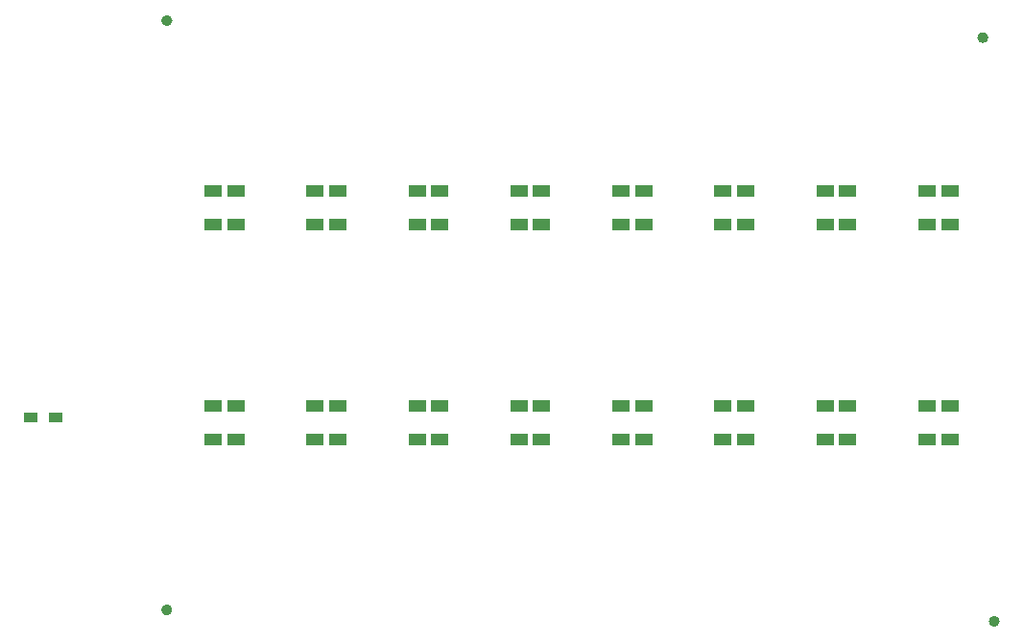
<source format=gtp>
G04 #@! TF.GenerationSoftware,KiCad,Pcbnew,(5.1.6-0-10_14)*
G04 #@! TF.CreationDate,2021-06-30T10:39:40+09:00*
G04 #@! TF.ProjectId,qPCR-photodiode,71504352-2d70-4686-9f74-6f64696f6465,rev?*
G04 #@! TF.SameCoordinates,Original*
G04 #@! TF.FileFunction,Paste,Top*
G04 #@! TF.FilePolarity,Positive*
%FSLAX46Y46*%
G04 Gerber Fmt 4.6, Leading zero omitted, Abs format (unit mm)*
G04 Created by KiCad (PCBNEW (5.1.6-0-10_14)) date 2021-06-30 10:39:40*
%MOMM*%
%LPD*%
G01*
G04 APERTURE LIST*
%ADD10C,0.475000*%
%ADD11R,1.600000X1.000000*%
%ADD12R,1.200000X0.900000*%
G04 APERTURE END LIST*
D10*
X101737500Y-74000000D02*
G75*
G03*
X101737500Y-74000000I-237500J0D01*
G01*
X173737500Y-75500000D02*
G75*
G03*
X173737500Y-75500000I-237500J0D01*
G01*
X174737500Y-127000000D02*
G75*
G03*
X174737500Y-127000000I-237500J0D01*
G01*
X101737500Y-126000000D02*
G75*
G03*
X101737500Y-126000000I-237500J0D01*
G01*
D11*
X105578789Y-88998367D03*
X105578789Y-91998367D03*
X107578789Y-91998367D03*
X107578789Y-88998367D03*
X105578789Y-107997934D03*
X105578789Y-110997934D03*
X107578789Y-110997934D03*
X107578789Y-107997934D03*
X114578789Y-107997934D03*
X114578789Y-110997934D03*
X116578789Y-110997934D03*
X116578789Y-107997934D03*
X123578789Y-107997934D03*
X123578789Y-110997934D03*
X125578789Y-110997934D03*
X125578789Y-107997934D03*
X132578789Y-107997934D03*
X132578789Y-110997934D03*
X134578789Y-110997934D03*
X134578789Y-107997934D03*
X141578789Y-110997934D03*
X141578789Y-107997934D03*
X143578789Y-107997934D03*
X143578789Y-110997934D03*
X150578789Y-110997934D03*
X150578789Y-107997934D03*
X152578789Y-107997934D03*
X152578789Y-110997934D03*
X159578789Y-110997934D03*
X159578789Y-107997934D03*
X161578789Y-107997934D03*
X161578789Y-110997934D03*
X168578789Y-110997934D03*
X168578789Y-107997934D03*
X170578789Y-107997934D03*
X170578789Y-110997934D03*
X114578789Y-88998367D03*
X114578789Y-91998367D03*
X116578789Y-91998367D03*
X116578789Y-88998367D03*
X123578789Y-88998367D03*
X123578789Y-91998367D03*
X125578789Y-91998367D03*
X125578789Y-88998367D03*
X132578789Y-88998367D03*
X132578789Y-91998367D03*
X134578789Y-91998367D03*
X134578789Y-88998367D03*
X141578789Y-91998367D03*
X141578789Y-88998367D03*
X143578789Y-88998367D03*
X143578789Y-91998367D03*
X150578789Y-91998367D03*
X150578789Y-88998367D03*
X152578789Y-88998367D03*
X152578789Y-91998367D03*
X159578789Y-91998367D03*
X159578789Y-88998367D03*
X161578789Y-88998367D03*
X161578789Y-91998367D03*
X168578789Y-91998367D03*
X168578789Y-88998367D03*
X170578789Y-88998367D03*
X170578789Y-91998367D03*
D12*
X89540000Y-109000000D03*
X91740000Y-109000000D03*
M02*

</source>
